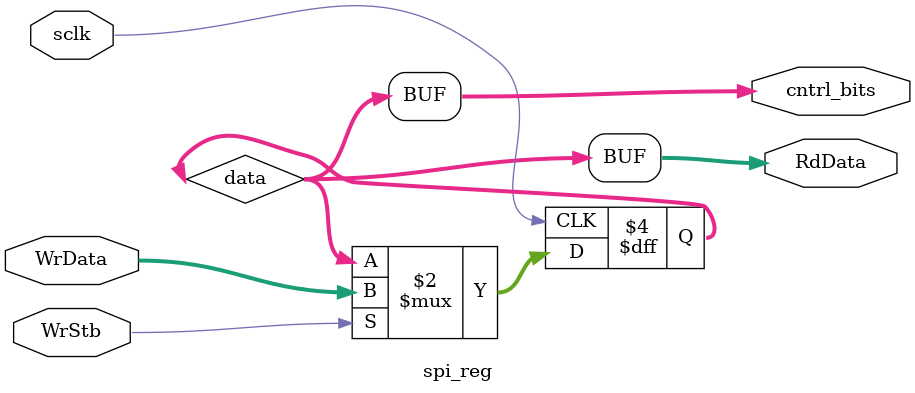
<source format=v>
`timescale  1 ns / 10 ps
module spi_reg(sclk, RdData, WrStb, WrData, cntrl_bits);
                
input sclk, WrStb;
input [7:0] WrData; 

output [7:0] cntrl_bits;	
output [7:0] RdData;

wire sclk, WrStb;
wire [7:0] WrData, RdData;

reg [7:0] data;

assign cntrl_bits[7] = data[7];
assign cntrl_bits[6] = data[6];
assign cntrl_bits[5] = data[5];
assign cntrl_bits[4] = data[4];
assign cntrl_bits[3] = data[3];
assign cntrl_bits[2] = data[2];
assign cntrl_bits[1] = data[1];
assign cntrl_bits[0] = data[0];

always @(posedge sclk)
	begin
		if(WrStb)
			data <= WrData;
	end


assign	RdData = data;
		
endmodule

</source>
